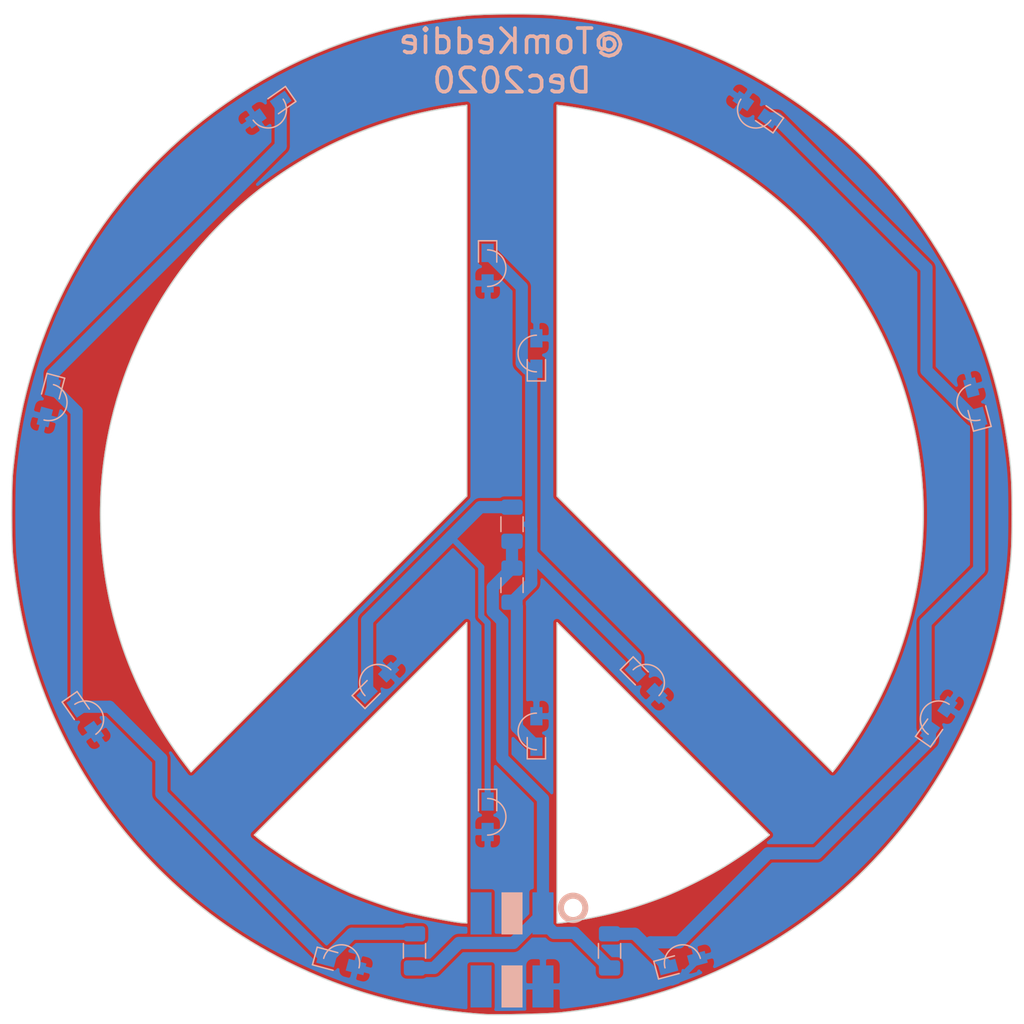
<source format=kicad_pcb>
(kicad_pcb (version 20171130) (host pcbnew 5.1.7-a382d34a8~88~ubuntu20.04.1)
  (layers (0 F.Cu signal) (31 B.Cu signal) (34 B.Paste user) (35 F.Paste user) (36 B.SilkS user) (37 F.SilkS user) (38 B.Mask user) (39 F.Mask user) (44 Edge.Cuts user))
  (net 0 "")
  (net 1 "Net-(X1-Pad4)")
  (net 2 "Net-(X1-Pad3)")
  (net 3 "Net-(X1-Pad6)")
  (net 4 "Net-(X1-Pad5)")
  (net 5 GND)
  (net 6 +3V3)
  (net 7 /ANODE3)
  (net 8 /ANODE1)
  (net 9 /ANODE2)
  (net 10 /ANODE4)
  (module tom-connectors:Badgelife-SAOv169-SAO-2x3-SMD-NOCENTREPINS (layer B.Cu) (at 100 92.9 180)
    (fp_text reference X1 hide)
    (fp_text value Badgelife_sao_connector_v169bis)
    (fp_circle (center -5.013 3.429) (end -4.013 3.429) (layer B.SilkS) (width 0.5))
    (pad 2 smd rect (at -2.54 -3.0172 270) (size 3.4544 1.7272) (layers B.Cu B.Paste B.Mask) (net 5 GND))
    (pad 1 smd rect (at -2.54 2.9772 270) (size 3.4544 1.7272) (layers B.Cu B.Paste B.Mask) (net 6 +3V3))
    (pad 4 smd rect (at 0 -3.0172 270) (size 3.4544 1.7272) (layers B.SilkS) (net 1 "Net-(X1-Pad4)"))
    (pad 3 smd rect (at 0 2.9772 270) (size 3.4544 1.7272) (layers B.SilkS) (net 2 "Net-(X1-Pad3)"))
    (pad 6 smd rect (at 2.54 -3.0172 270) (size 3.4544 1.7272) (layers B.Cu B.Paste B.Mask) (net 3 "Net-(X1-Pad6)"))
    (pad 5 smd rect (at 2.54 2.9772 270) (size 3.4544 1.7272) (layers B.Cu B.Paste B.Mask) (net 4 "Net-(X1-Pad5)"))
  )
  (module tom-passives:R_1206_3216Metric (layer B.Cu) (at 100 58 90)
    (fp_text reference R4 hide)
    (fp_text value R)
    (fp_line (start -0.602064 0.91) (end 0.602064 0.91) (layer B.SilkS) (width 0.12))
    (fp_line (start -0.602064 -0.91) (end 0.602064 -0.91) (layer B.SilkS) (width 0.12))
    (pad 2 smd roundrect (at 1.4 0 90) (size 1.25 1.75) (layers B.Cu B.Paste B.Mask) (roundrect_rratio 0.2) (net 10 /ANODE4))
    (pad 1 smd roundrect (at -1.4 0 90) (size 1.25 1.75) (layers B.Cu B.Paste B.Mask) (roundrect_rratio 0.2) (net 6 +3V3))
  )
  (module tom-passives:R_1206_3216Metric (layer B.Cu) (at 92 93 90)
    (fp_text reference R3 hide)
    (fp_text value R)
    (fp_line (start -0.602064 0.91) (end 0.602064 0.91) (layer B.SilkS) (width 0.12))
    (fp_line (start -0.602064 -0.91) (end 0.602064 -0.91) (layer B.SilkS) (width 0.12))
    (pad 2 smd roundrect (at 1.4 0 90) (size 1.25 1.75) (layers B.Cu B.Paste B.Mask) (roundrect_rratio 0.2) (net 9 /ANODE2))
    (pad 1 smd roundrect (at -1.4 0 90) (size 1.25 1.75) (layers B.Cu B.Paste B.Mask) (roundrect_rratio 0.2) (net 6 +3V3))
  )
  (module tom-passives:R_1206_3216Metric (layer B.Cu) (at 108 93 90)
    (fp_text reference R2 hide)
    (fp_text value R)
    (fp_line (start -0.602064 0.91) (end 0.602064 0.91) (layer B.SilkS) (width 0.12))
    (fp_line (start -0.602064 -0.91) (end 0.602064 -0.91) (layer B.SilkS) (width 0.12))
    (pad 2 smd roundrect (at 1.4 0 90) (size 1.25 1.75) (layers B.Cu B.Paste B.Mask) (roundrect_rratio 0.2) (net 8 /ANODE1))
    (pad 1 smd roundrect (at -1.4 0 90) (size 1.25 1.75) (layers B.Cu B.Paste B.Mask) (roundrect_rratio 0.2) (net 6 +3V3))
  )
  (module tom-passives:R_1206_3216Metric (layer B.Cu) (at 100 63 270)
    (fp_text reference R1 hide)
    (fp_text value R)
    (fp_line (start -0.602064 0.91) (end 0.602064 0.91) (layer B.SilkS) (width 0.12))
    (fp_line (start -0.602064 -0.91) (end 0.602064 -0.91) (layer B.SilkS) (width 0.12))
    (pad 2 smd roundrect (at 1.4 0 270) (size 1.25 1.75) (layers B.Cu B.Paste B.Mask) (roundrect_rratio 0.2) (net 7 /ANODE3))
    (pad 1 smd roundrect (at -1.4 0 270) (size 1.25 1.75) (layers B.Cu B.Paste B.Mask) (roundrect_rratio 0.2) (net 6 +3V3))
  )
  (module tom-opto:ALIEXPRESS_LED_SIDE_1204 (layer B.Cu) (at 111 71 45)
    (fp_text reference D1 hide)
    (fp_text value LED)
    (fp_line (start -0.75 -2.25) (end -0.75 -0.5) (layer B.SilkS) (width 0.12))
    (fp_line (start -0.75 -2.25) (end 0.75 -2.25) (layer B.SilkS) (width 0.12))
    (fp_line (start 0.75 -0.5) (end 0.75 -2.25) (layer B.SilkS) (width 0.12))
    (fp_arc (start 0 0) (end 0 -1.5) (angle 180) (layer B.SilkS) (width 0.12))
    (pad 2 smd rect (at 0 -1.25 45) (size 1 1.5) (layers B.Cu B.Paste B.Mask) (net 7 /ANODE3))
    (pad 1 smd rect (at 0 1.25 45) (size 1 1.5) (layers B.Cu B.Paste B.Mask) (net 5 GND))
  )
  (module tom-opto:ALIEXPRESS_LED_SIDE_1204 (layer B.Cu) (at 89 71 135)
    (fp_text reference D13 hide)
    (fp_text value LED)
    (fp_line (start -0.75 -2.25) (end -0.75 -0.5) (layer B.SilkS) (width 0.12))
    (fp_line (start -0.75 -2.25) (end 0.75 -2.25) (layer B.SilkS) (width 0.12))
    (fp_line (start 0.75 -0.5) (end 0.75 -2.25) (layer B.SilkS) (width 0.12))
    (fp_arc (start 0 0) (end 0 -1.5) (angle 180) (layer B.SilkS) (width 0.12))
    (pad 2 smd rect (at 0 -1.25 135) (size 1 1.5) (layers B.Cu B.Paste B.Mask) (net 10 /ANODE4))
    (pad 1 smd rect (at 0 1.25 135) (size 1 1.5) (layers B.Cu B.Paste B.Mask) (net 5 GND))
  )
  (module tom-opto:ALIEXPRESS_LED_SIDE_1204 (layer B.Cu) (at 80 24 305)
    (fp_text reference D12 hide)
    (fp_text value LED)
    (fp_line (start -0.75 -2.25) (end -0.75 -0.5) (layer B.SilkS) (width 0.12))
    (fp_line (start -0.75 -2.25) (end 0.75 -2.25) (layer B.SilkS) (width 0.12))
    (fp_line (start 0.75 -0.5) (end 0.75 -2.25) (layer B.SilkS) (width 0.12))
    (fp_arc (start 0 0) (end 0 -1.5) (angle 180) (layer B.SilkS) (width 0.12))
    (pad 2 smd rect (at 0 -1.25 305) (size 1 1.5) (layers B.Cu B.Paste B.Mask) (net 9 /ANODE2))
    (pad 1 smd rect (at 0 1.25 305) (size 1 1.5) (layers B.Cu B.Paste B.Mask) (net 5 GND))
  )
  (module tom-opto:ALIEXPRESS_LED_SIDE_1204 (layer B.Cu) (at 62 48 345)
    (fp_text reference D11 hide)
    (fp_text value LED)
    (fp_line (start -0.75 -2.25) (end -0.75 -0.5) (layer B.SilkS) (width 0.12))
    (fp_line (start -0.75 -2.25) (end 0.75 -2.25) (layer B.SilkS) (width 0.12))
    (fp_line (start 0.75 -0.5) (end 0.75 -2.25) (layer B.SilkS) (width 0.12))
    (fp_arc (start 0 0) (end 0 -1.5) (angle 180) (layer B.SilkS) (width 0.12))
    (pad 2 smd rect (at 0 -1.25 345) (size 1 1.5) (layers B.Cu B.Paste B.Mask) (net 9 /ANODE2))
    (pad 1 smd rect (at 0 1.25 345) (size 1 1.5) (layers B.Cu B.Paste B.Mask) (net 5 GND))
  )
  (module tom-opto:ALIEXPRESS_LED_SIDE_1204 (layer B.Cu) (at 65 74 35)
    (fp_text reference D10 hide)
    (fp_text value LED)
    (fp_line (start -0.75 -2.25) (end -0.75 -0.5) (layer B.SilkS) (width 0.12))
    (fp_line (start -0.75 -2.25) (end 0.75 -2.25) (layer B.SilkS) (width 0.12))
    (fp_line (start 0.75 -0.5) (end 0.75 -2.25) (layer B.SilkS) (width 0.12))
    (fp_arc (start 0 0) (end 0 -1.5) (angle 180) (layer B.SilkS) (width 0.12))
    (pad 2 smd rect (at 0 -1.25 35) (size 1 1.5) (layers B.Cu B.Paste B.Mask) (net 9 /ANODE2))
    (pad 1 smd rect (at 0 1.25 35) (size 1 1.5) (layers B.Cu B.Paste B.Mask) (net 5 GND))
  )
  (module tom-opto:ALIEXPRESS_LED_SIDE_1204 (layer B.Cu) (at 86 94 75)
    (fp_text reference D9 hide)
    (fp_text value LED)
    (fp_line (start -0.75 -2.25) (end -0.75 -0.5) (layer B.SilkS) (width 0.12))
    (fp_line (start -0.75 -2.25) (end 0.75 -2.25) (layer B.SilkS) (width 0.12))
    (fp_line (start 0.75 -0.5) (end 0.75 -2.25) (layer B.SilkS) (width 0.12))
    (fp_arc (start 0 0) (end 0 -1.5) (angle 180) (layer B.SilkS) (width 0.12))
    (pad 2 smd rect (at 0 -1.25 75) (size 1 1.5) (layers B.Cu B.Paste B.Mask) (net 9 /ANODE2))
    (pad 1 smd rect (at 0 1.25 75) (size 1 1.5) (layers B.Cu B.Paste B.Mask) (net 5 GND))
  )
  (module tom-opto:ALIEXPRESS_LED_SIDE_1204 (layer B.Cu) (at 114 94 105)
    (fp_text reference D8 hide)
    (fp_text value LED)
    (fp_line (start -0.75 -2.25) (end -0.75 -0.5) (layer B.SilkS) (width 0.12))
    (fp_line (start -0.75 -2.25) (end 0.75 -2.25) (layer B.SilkS) (width 0.12))
    (fp_line (start 0.75 -0.5) (end 0.75 -2.25) (layer B.SilkS) (width 0.12))
    (fp_arc (start 0 0) (end 0 -1.5) (angle 180) (layer B.SilkS) (width 0.12))
    (pad 2 smd rect (at 0 -1.25 105) (size 1 1.5) (layers B.Cu B.Paste B.Mask) (net 8 /ANODE1))
    (pad 1 smd rect (at 0 1.25 105) (size 1 1.5) (layers B.Cu B.Paste B.Mask) (net 5 GND))
  )
  (module tom-opto:ALIEXPRESS_LED_SIDE_1204 (layer B.Cu) (at 135 74 145)
    (fp_text reference D7 hide)
    (fp_text value LED)
    (fp_line (start -0.75 -2.25) (end -0.75 -0.5) (layer B.SilkS) (width 0.12))
    (fp_line (start -0.75 -2.25) (end 0.75 -2.25) (layer B.SilkS) (width 0.12))
    (fp_line (start 0.75 -0.5) (end 0.75 -2.25) (layer B.SilkS) (width 0.12))
    (fp_arc (start 0 0) (end 0 -1.5) (angle 180) (layer B.SilkS) (width 0.12))
    (pad 2 smd rect (at 0 -1.25 145) (size 1 1.5) (layers B.Cu B.Paste B.Mask) (net 8 /ANODE1))
    (pad 1 smd rect (at 0 1.25 145) (size 1 1.5) (layers B.Cu B.Paste B.Mask) (net 5 GND))
  )
  (module tom-opto:ALIEXPRESS_LED_SIDE_1204 (layer B.Cu) (at 138 48 195)
    (fp_text reference D6 hide)
    (fp_text value LED)
    (fp_line (start -0.75 -2.25) (end -0.75 -0.5) (layer B.SilkS) (width 0.12))
    (fp_line (start -0.75 -2.25) (end 0.75 -2.25) (layer B.SilkS) (width 0.12))
    (fp_line (start 0.75 -0.5) (end 0.75 -2.25) (layer B.SilkS) (width 0.12))
    (fp_arc (start 0 0) (end 0 -1.5) (angle 180) (layer B.SilkS) (width 0.12))
    (pad 2 smd rect (at 0 -1.25 195) (size 1 1.5) (layers B.Cu B.Paste B.Mask) (net 8 /ANODE1))
    (pad 1 smd rect (at 0 1.25 195) (size 1 1.5) (layers B.Cu B.Paste B.Mask) (net 5 GND))
  )
  (module tom-opto:ALIEXPRESS_LED_SIDE_1204 (layer B.Cu) (at 120 24 235)
    (fp_text reference D5 hide)
    (fp_text value LED)
    (fp_line (start -0.75 -2.25) (end -0.75 -0.5) (layer B.SilkS) (width 0.12))
    (fp_line (start -0.75 -2.25) (end 0.75 -2.25) (layer B.SilkS) (width 0.12))
    (fp_line (start 0.75 -0.5) (end 0.75 -2.25) (layer B.SilkS) (width 0.12))
    (fp_arc (start 0 0) (end 0 -1.5) (angle 180) (layer B.SilkS) (width 0.12))
    (pad 2 smd rect (at 0 -1.25 235) (size 1 1.5) (layers B.Cu B.Paste B.Mask) (net 8 /ANODE1))
    (pad 1 smd rect (at 0 1.25 235) (size 1 1.5) (layers B.Cu B.Paste B.Mask) (net 5 GND))
  )
  (module tom-opto:ALIEXPRESS_LED_SIDE_1204 (layer B.Cu) (at 102 75 180)
    (fp_text reference D4 hide)
    (fp_text value LED)
    (fp_line (start -0.75 -2.25) (end -0.75 -0.5) (layer B.SilkS) (width 0.12))
    (fp_line (start -0.75 -2.25) (end 0.75 -2.25) (layer B.SilkS) (width 0.12))
    (fp_line (start 0.75 -0.5) (end 0.75 -2.25) (layer B.SilkS) (width 0.12))
    (fp_arc (start 0 0) (end 0 -1.5) (angle 180) (layer B.SilkS) (width 0.12))
    (pad 2 smd rect (at 0 -1.25 180) (size 1 1.5) (layers B.Cu B.Paste B.Mask) (net 7 /ANODE3))
    (pad 1 smd rect (at 0 1.25 180) (size 1 1.5) (layers B.Cu B.Paste B.Mask) (net 5 GND))
  )
  (module tom-opto:ALIEXPRESS_LED_SIDE_1204 (layer B.Cu) (at 98 37)
    (fp_text reference D3 hide)
    (fp_text value LED)
    (fp_line (start -0.75 -2.25) (end -0.75 -0.5) (layer B.SilkS) (width 0.12))
    (fp_line (start -0.75 -2.25) (end 0.75 -2.25) (layer B.SilkS) (width 0.12))
    (fp_line (start 0.75 -0.5) (end 0.75 -2.25) (layer B.SilkS) (width 0.12))
    (fp_arc (start 0 0) (end 0 -1.5) (angle 180) (layer B.SilkS) (width 0.12))
    (pad 2 smd rect (at 0 -1.25) (size 1 1.5) (layers B.Cu B.Paste B.Mask) (net 7 /ANODE3))
    (pad 1 smd rect (at 0 1.25) (size 1 1.5) (layers B.Cu B.Paste B.Mask) (net 5 GND))
  )
  (module tom-opto:ALIEXPRESS_LED_SIDE_1204 (layer B.Cu) (at 102 44 180)
    (fp_text reference D2 hide)
    (fp_text value LED)
    (fp_line (start -0.75 -2.25) (end -0.75 -0.5) (layer B.SilkS) (width 0.12))
    (fp_line (start -0.75 -2.25) (end 0.75 -2.25) (layer B.SilkS) (width 0.12))
    (fp_line (start 0.75 -0.5) (end 0.75 -2.25) (layer B.SilkS) (width 0.12))
    (fp_arc (start 0 0) (end 0 -1.5) (angle 180) (layer B.SilkS) (width 0.12))
    (pad 2 smd rect (at 0 -1.25 180) (size 1 1.5) (layers B.Cu B.Paste B.Mask) (net 7 /ANODE3))
    (pad 1 smd rect (at 0 1.25 180) (size 1 1.5) (layers B.Cu B.Paste B.Mask) (net 5 GND))
  )
  (module tom-opto:ALIEXPRESS_LED_SIDE_1204 (layer B.Cu) (at 98 82)
    (fp_text reference D14 hide)
    (fp_text value LED)
    (fp_line (start -0.75 -2.25) (end -0.75 -0.5) (layer B.SilkS) (width 0.12))
    (fp_line (start -0.75 -2.25) (end 0.75 -2.25) (layer B.SilkS) (width 0.12))
    (fp_line (start 0.75 -0.5) (end 0.75 -2.25) (layer B.SilkS) (width 0.12))
    (fp_arc (start 0 0) (end 0 -1.5) (angle 180) (layer B.SilkS) (width 0.12))
    (pad 2 smd rect (at 0 -1.25) (size 1 1.5) (layers B.Cu B.Paste B.Mask) (net 10 /ANODE4))
    (pad 1 smd rect (at 0 1.25) (size 1 1.5) (layers B.Cu B.Paste B.Mask) (net 5 GND))
  )
  (gr_text "@TomKeddie\nDec2020" (at 100 20) (layer B.SilkS) (effects (font (size 2 2) (thickness 0.3)) (justify mirror)))
  (gr_line (start 96.288573 55.695317) (end 96.288573 39.666725) (layer Edge.Cuts) (width 0.1))
  (gr_line (start 103.690858 39.666551) (end 103.690858 55.694968) (layer Edge.Cuts) (width 0.1))
  (gr_curve (pts (xy 105.562094 23.91256) (xy 104.991928 23.814916) (xy 104.33765 23.713226) (xy 104.108142 23.68658)) (layer Edge.Cuts) (width 0.1))
  (gr_line (start 104.108142 23.68658) (end 103.690858 23.638132) (layer Edge.Cuts) (width 0.1))
  (gr_line (start 103.690858 23.638132) (end 103.690858 39.666551) (layer Edge.Cuts) (width 0.1))
  (gr_curve (pts (xy 114.68543 26.80802) (xy 111.758514 25.39322) (xy 108.887491 24.482048) (xy 105.562094 23.91256)) (layer Edge.Cuts) (width 0.1))
  (gr_line (start 96.288573 39.666725) (end 96.288573 23.638132) (layer Edge.Cuts) (width 0.1))
  (gr_line (start 96.288573 23.638132) (end 95.871285 23.688561) (layer Edge.Cuts) (width 0.1))
  (gr_line (start 127.460106 76.758944) (end 127.460106 76.758944) (layer Edge.Cuts) (width 0.1))
  (gr_line (start 126.296858 78.303275) (end 126.4953 78.066351) (layer Edge.Cuts) (width 0.1))
  (gr_line (start 114.993858 66.999121) (end 126.296858 78.303275) (layer Edge.Cuts) (width 0.1))
  (gr_line (start 103.690858 55.694968) (end 114.993858 66.999121) (layer Edge.Cuts) (width 0.1))
  (gr_curve (pts (xy 126.4953 78.066351) (xy 126.604446 77.936044) (xy 127.038609 77.347711) (xy 127.460106 76.758944)) (layer Edge.Cuts) (width 0.1))
  (gr_line (start 84.980416 67.003297) (end 96.288573 55.695317) (layer Edge.Cuts) (width 0.1))
  (gr_line (start 73.672262 78.311279) (end 84.980416 67.003297) (layer Edge.Cuts) (width 0.1))
  (gr_line (start 73.237993 77.743782) (end 73.672262 78.311279) (layer Edge.Cuts) (width 0.1))
  (gr_curve (pts (xy 130.286893 42.342) (xy 126.980512 35.584025) (xy 121.450804 30.078238) (xy 114.68543 26.80802)) (layer Edge.Cuts) (width 0.1))
  (gr_curve (pts (xy 133.475892 53.025923) (xy 132.994446 49.239047) (xy 131.951043 45.743375) (xy 130.286893 42.342)) (layer Edge.Cuts) (width 0.1))
  (gr_curve (pts (xy 127.460106 76.758944) (xy 132.360113 69.914417) (xy 134.53312 61.341658) (xy 133.475892 53.025923)) (layer Edge.Cuts) (width 0.1))
  (gr_curve (pts (xy 69.693131 72.023715) (xy 70.703175 74.086338) (xy 71.827478 75.900538) (xy 73.237993 77.743782)) (layer Edge.Cuts) (width 0.1))
  (gr_curve (pts (xy 66.503535 61.33979) (xy 66.985153 65.128025) (xy 68.029659 68.626722) (xy 69.693131 72.023715)) (layer Edge.Cuts) (width 0.1))
  (gr_curve (pts (xy 75.193712 34.313722) (xy 68.476894 41.558995) (xy 65.260438 51.562033) (xy 66.503535 61.33979)) (layer Edge.Cuts) (width 0.1))
  (gr_curve (pts (xy 82.862857 28.116349) (xy 79.895211 29.884255) (xy 77.522832 31.801356) (xy 75.193712 34.313722)) (layer Edge.Cuts) (width 0.1))
  (gr_curve (pts (xy 95.871285 23.688561) (xy 91.375897 24.23182) (xy 86.72766 25.81398) (xy 82.862857 28.116349)) (layer Edge.Cuts) (width 0.1))
  (gr_line (start 105.300781 90.498434) (end 105.300781 90.498434) (layer Edge.Cuts) (width 0.1))
  (gr_line (start 103.690858 90.710858) (end 103.867496 90.710858) (layer Edge.Cuts) (width 0.1))
  (gr_line (start 103.690858 78.391971) (end 103.690858 90.710858) (layer Edge.Cuts) (width 0.1))
  (gr_line (start 103.690858 66.073084) (end 103.690858 78.391971) (layer Edge.Cuts) (width 0.1))
  (gr_line (start 112.40051 74.781541) (end 103.690858 66.073084) (layer Edge.Cuts) (width 0.1))
  (gr_line (start 121.110161 83.49) (end 112.40051 74.781541) (layer Edge.Cuts) (width 0.1))
  (gr_line (start 120.873225 83.688443) (end 121.110161 83.49) (layer Edge.Cuts) (width 0.1))
  (gr_curve (pts (xy 103.867496 90.710858) (xy 103.964646 90.710858) (xy 104.609626 90.615266) (xy 105.300781 90.498434)) (layer Edge.Cuts) (width 0.1))
  (gr_line (start 96.288573 78.392006) (end 96.288573 78.391971) (layer Edge.Cuts) (width 0.1))
  (gr_line (start 96.288573 90.710897) (end 96.288573 78.392006) (layer Edge.Cuts) (width 0.1))
  (gr_line (start 96.089 90.704362) (end 96.288573 90.710897) (layer Edge.Cuts) (width 0.1))
  (gr_curve (pts (xy 117.334285 86.126586) (xy 118.357733 85.509012) (xy 120.28417 84.181798) (xy 120.873225 83.688443)) (layer Edge.Cuts) (width 0.1))
  (gr_curve (pts (xy 112.582477 88.497806) (xy 113.84949 88.000416) (xy 116.042624 86.906009) (xy 117.334285 86.126586)) (layer Edge.Cuts) (width 0.1))
  (gr_curve (pts (xy 105.300781 90.498434) (xy 108.012387 90.040057) (xy 110.149792 89.452809) (xy 112.582477 88.497806)) (layer Edge.Cuts) (width 0.1))
  (gr_line (start 78.869267 83.49) (end 79.106205 83.688443) (layer Edge.Cuts) (width 0.1))
  (gr_line (start 87.578919 74.781541) (end 78.869267 83.49) (layer Edge.Cuts) (width 0.1))
  (gr_line (start 96.288573 66.073084) (end 87.578919 74.781541) (layer Edge.Cuts) (width 0.1))
  (gr_line (start 96.288573 78.391971) (end 96.288573 66.073084) (layer Edge.Cuts) (width 0.1))
  (gr_curve (pts (xy 90.7916 89.662438) (xy 92.109892 90.035834) (xy 95.393841 90.68174) (xy 96.089 90.704362)) (layer Edge.Cuts) (width 0.1))
  (gr_curve (pts (xy 86.851369 88.278487) (xy 87.815236 88.684176) (xy 89.804114 89.382734) (xy 90.7916 89.662438)) (layer Edge.Cuts) (width 0.1))
  (gr_curve (pts (xy 82.776666 86.193767) (xy 83.948747 86.893962) (xy 85.743363 87.812135) (xy 86.851369 88.278487)) (layer Edge.Cuts) (width 0.1))
  (gr_curve (pts (xy 79.106205 83.688443) (xy 79.734733 84.214857) (xy 81.633004 85.510549) (xy 82.776666 86.193767)) (layer Edge.Cuts) (width 0.1))
  (gr_line (start 97.667427 98.213372) (end 97.667427 98.213372) (layer Edge.Cuts) (width 0.1))
  (gr_curve (pts (xy 103.908573 98.082591) (xy 102.90894 98.189525) (xy 98.619531 98.279404) (xy 97.667427 98.213372)) (layer Edge.Cuts) (width 0.1))
  (gr_curve (pts (xy 118.49543 93.864955) (xy 113.867484 96.198665) (xy 109.373793 97.49797) (xy 103.908573 98.082591)) (layer Edge.Cuts) (width 0.1))
  (gr_curve (pts (xy 136.672091 75.688573) (xy 132.732993 83.50424) (xy 126.315638 89.921497) (xy 118.49543 93.864955)) (layer Edge.Cuts) (width 0.1))
  (gr_curve (pts (xy 140.587776 63.424) (xy 139.915025 67.8192) (xy 138.665091 71.734216) (xy 136.672091 75.688573)) (layer Edge.Cuts) (width 0.1))
  (gr_curve (pts (xy 141.022079 57.182858) (xy 141.022079 60.092142) (xy 140.958994 60.998726) (xy 140.587776 63.424)) (layer Edge.Cuts) (width 0.1))
  (gr_curve (pts (xy 140.587776 50.941715) (xy 140.958994 53.366986) (xy 141.022079 54.273573) (xy 141.022079 57.182858)) (layer Edge.Cuts) (width 0.1))
  (gr_curve (pts (xy 136.671779 38.677142) (xy 138.664051 42.628208) (xy 139.914922 46.545835) (xy 140.587776 50.941715)) (layer Edge.Cuts) (width 0.1))
  (gr_curve (pts (xy 115.773426 19.248102) (xy 124.82629 23.020177) (xy 132.263325 29.934331) (xy 136.671779 38.677142)) (layer Edge.Cuts) (width 0.1))
  (gr_curve (pts (xy 103.473142 16.23952) (xy 108.152677 16.697137) (xy 111.781207 17.584657) (xy 115.773426 19.248102)) (layer Edge.Cuts) (width 0.1))
  (gr_curve (pts (xy 96.143427 16.275935) (xy 97.646594 16.113169) (xy 101.961861 16.09173) (xy 103.473142 16.23952)) (layer Edge.Cuts) (width 0.1))
  (gr_curve (pts (xy 87.289715 18.108075) (xy 90.208246 17.16526) (xy 92.708448 16.647881) (xy 96.143427 16.275935)) (layer Edge.Cuts) (width 0.1))
  (gr_curve (pts (xy 61.007859 44.211615) (xy 65.057712 31.913539) (xy 74.941068 22.09724) (xy 87.289715 18.108075)) (layer Edge.Cuts) (width 0.1))
  (gr_curve (pts (xy 59.044948 53.663142) (xy 59.386531 50.19082) (xy 59.980196 47.33229) (xy 61.007859 44.211615)) (layer Edge.Cuts) (width 0.1))
  (gr_curve (pts (xy 59.045545 60.666285) (xy 58.920937 59.38087) (xy 58.920557 54.927618) (xy 59.044948 53.663142)) (layer Edge.Cuts) (width 0.1))
  (gr_curve (pts (xy 63.307336 75.688573) (xy 60.929244 70.970136) (xy 59.585106 66.232215) (xy 59.045545 60.666285)) (layer Edge.Cuts) (width 0.1))
  (gr_curve (pts (xy 81.421184 93.83428) (xy 73.669842 89.922166) (xy 67.229348 83.470339) (xy 63.307336 75.688573)) (layer Edge.Cuts) (width 0.1))
  (gr_curve (pts (xy 97.667427 98.213372) (xy 91.696081 97.79922) (xy 86.504548 96.39987) (xy 81.421184 93.83428)) (layer Edge.Cuts) (width 0.1))
  (segment (start 115.207407 93.676476) (end 115.207407 93.792593) (width 0.5) (layer B.Cu) (net 5))
  (segment (start 113.125323 95.597799) (end 111.402201 95.597799) (width 0.5) (layer B.Cu) (net 5))
  (segment (start 113.550663 95.449337) (end 113.125323 95.597799) (width 0.5) (layer B.Cu) (net 5))
  (segment (start 115.207407 93.792593) (end 113.550663 95.449337) (width 0.5) (layer B.Cu) (net 5))
  (segment (start 100 59.4) (end 100 61.6) (width 1) (layer B.Cu) (net 6))
  (segment (start 98.42499 63.17501) (end 98.42499 65.168511) (width 1) (layer B.Cu) (net 6))
  (segment (start 100 61.6) (end 98.42499 63.17501) (width 1) (layer B.Cu) (net 6))
  (segment (start 98.42499 65.168511) (end 99.200011 65.943531) (width 1) (layer B.Cu) (net 6))
  (segment (start 99.200011 65.943531) (end 99.200011 77.200011) (width 1) (layer B.Cu) (net 6))
  (segment (start 102.54 80.54) (end 102.54 89.9228) (width 1) (layer B.Cu) (net 6))
  (segment (start 99.200011 77.200011) (end 102.54 80.54) (width 1) (layer B.Cu) (net 6))
  (segment (start 102.54 90.620674) (end 102.54 89.9228) (width 1) (layer B.Cu) (net 6))
  (segment (start 103.444215 91.524889) (end 102.54 90.620674) (width 1) (layer B.Cu) (net 6))
  (segment (start 105.124889 91.524889) (end 108 94.4) (width 1) (layer B.Cu) (net 6))
  (segment (start 103.444215 91.524889) (end 105.124889 91.524889) (width 1) (layer B.Cu) (net 6))
  (segment (start 102.54 89.9228) (end 100.112799 92.350001) (width 1) (layer B.Cu) (net 6))
  (segment (start 92 94.4) (end 93.6 94.4) (width 1) (layer B.Cu) (net 6))
  (segment (start 95.649999 92.350001) (end 100.112799 92.350001) (width 1) (layer B.Cu) (net 6))
  (segment (start 93.6 94.4) (end 95.649999 92.350001) (width 1) (layer B.Cu) (net 6))
  (segment (start 101.57501 45.67499) (end 102 45.25) (width 1) (layer B.Cu) (net 7))
  (segment (start 100 64.4) (end 101.57501 62.82499) (width 1) (layer B.Cu) (net 7))
  (segment (start 102 45.25) (end 101.25 45.25) (width 1) (layer B.Cu) (net 7))
  (segment (start 100.799999 44.799999) (end 100.799999 38.549999) (width 1) (layer B.Cu) (net 7))
  (segment (start 100.799999 38.549999) (end 98 35.75) (width 1) (layer B.Cu) (net 7))
  (segment (start 101.25 45.25) (end 100.799999 44.799999) (width 1) (layer B.Cu) (net 7))
  (segment (start 100.400022 64.800022) (end 100.400022 74.650022) (width 1) (layer B.Cu) (net 7))
  (segment (start 100 64.4) (end 100.400022 64.800022) (width 1) (layer B.Cu) (net 7))
  (segment (start 100.400022 74.650022) (end 102 76.25) (width 1) (layer B.Cu) (net 7))
  (segment (start 101.15002 58) (end 101.57501 58.42499) (width 0.5) (layer B.Cu) (net 7))
  (segment (start 101.57501 58.42499) (end 101.57501 45.67499) (width 1) (layer B.Cu) (net 7))
  (segment (start 110.116117 68.966097) (end 101.57501 60.42499) (width 1) (layer B.Cu) (net 7))
  (segment (start 110.116117 70.116117) (end 110.116117 68.966097) (width 1) (layer B.Cu) (net 7))
  (segment (start 101.57501 60.42499) (end 101.57501 58.42499) (width 1) (layer B.Cu) (net 7))
  (segment (start 101.57501 62.82499) (end 101.57501 60.42499) (width 1) (layer B.Cu) (net 7))
  (segment (start 111.069069 92.6) (end 112.792593 94.323524) (width 1) (layer B.Cu) (net 8))
  (segment (start 134.259089 75) (end 134.283029 75.02394) (width 1) (layer B.Cu) (net 8))
  (segment (start 133.924022 74.664933) (end 133.924022 66.075978) (width 1) (layer B.Cu) (net 8))
  (segment (start 134.283029 75.02394) (end 133.924022 74.664933) (width 1) (layer B.Cu) (net 8))
  (segment (start 138.323524 61.676476) (end 138.323524 49.207407) (width 1) (layer B.Cu) (net 8))
  (segment (start 133.924022 66.075978) (end 138.323524 61.676476) (width 1) (layer B.Cu) (net 8))
  (segment (start 121.716971 24.716971) (end 121.02394 24.716971) (width 1) (layer B.Cu) (net 8))
  (segment (start 134 37) (end 121.716971 24.716971) (width 1) (layer B.Cu) (net 8))
  (segment (start 134 45.401521) (end 134 37) (width 1) (layer B.Cu) (net 8))
  (segment (start 137.805886 49.207407) (end 134 45.401521) (width 1) (layer B.Cu) (net 8))
  (segment (start 138.323524 49.207407) (end 137.805886 49.207407) (width 1) (layer B.Cu) (net 8))
  (segment (start 110.069069 91.6) (end 111.069069 92.6) (width 1) (layer B.Cu) (net 8))
  (segment (start 108 91.6) (end 110.069069 91.6) (width 1) (layer B.Cu) (net 8))
  (segment (start 134.283029 75.716971) (end 134.283029 75.02394) (width 1) (layer B.Cu) (net 8))
  (segment (start 125 85) (end 134.283029 75.716971) (width 1) (layer B.Cu) (net 8))
  (segment (start 121 85) (end 125 85) (width 1) (layer B.Cu) (net 8))
  (segment (start 111.36968 92.299389) (end 113.700611 92.299389) (width 1) (layer B.Cu) (net 8))
  (segment (start 113.700611 92.299389) (end 121 85) (width 1) (layer B.Cu) (net 8))
  (segment (start 111.069069 92.6) (end 111.36968 92.299389) (width 1) (layer B.Cu) (net 8))
  (segment (start 71.240012 80.123895) (end 71.240012 77.240012) (width 1) (layer B.Cu) (net 9))
  (segment (start 84.792593 93.676476) (end 71.240012 80.123895) (width 1) (layer B.Cu) (net 9))
  (segment (start 66.97606 72.97606) (end 64.283029 72.97606) (width 1) (layer B.Cu) (net 9))
  (segment (start 71.240012 77.240012) (end 66.97606 72.97606) (width 1) (layer B.Cu) (net 9))
  (segment (start 64.283029 48.752098) (end 62.323524 46.792593) (width 1) (layer B.Cu) (net 9))
  (segment (start 64.283029 72.97606) (end 64.283029 48.752098) (width 1) (layer B.Cu) (net 9))
  (segment (start 62.323524 46.792593) (end 62.323524 45.676476) (width 1) (layer B.Cu) (net 9))
  (segment (start 81.02394 26.97606) (end 81.02394 23.283029) (width 1) (layer B.Cu) (net 9))
  (segment (start 62.323524 45.676476) (end 81.02394 26.97606) (width 1) (layer B.Cu) (net 9))
  (segment (start 86.869069 91.6) (end 92 91.6) (width 1) (layer B.Cu) (net 9))
  (segment (start 84.792593 93.676476) (end 86.869069 91.6) (width 1) (layer B.Cu) (net 9))
  (segment (start 100 56.6) (end 97.4 56.6) (width 1) (layer B.Cu) (net 10))
  (segment (start 88.116117 65.883883) (end 88.116117 71.883883) (width 1) (layer B.Cu) (net 10))
  (segment (start 93 61) (end 88.116117 65.883883) (width 1) (layer B.Cu) (net 10))
  (segment (start 95 59.050042) (end 95 59) (width 0.5) (layer B.Cu) (net 10))
  (segment (start 97.474979 61.525021) (end 95 59.050042) (width 0.5) (layer B.Cu) (net 10))
  (segment (start 98 66.087038) (end 97.474979 65.562017) (width 0.5) (layer B.Cu) (net 10))
  (segment (start 98 80.75) (end 98 66.087038) (width 0.5) (layer B.Cu) (net 10))
  (segment (start 97.474979 65.562017) (end 97.474979 61.525021) (width 0.5) (layer B.Cu) (net 10))
  (segment (start 95 59) (end 93 61) (width 1) (layer B.Cu) (net 10))
  (segment (start 97.4 56.6) (end 95 59) (width 1) (layer B.Cu) (net 10))
  (zone (net 0) (net_name "") (layer F.Cu) (connect_pads (clearance 0)) (min_thickness 0.254) (fill yes (arc_segments 32) (thermal_gap 0.508) (thermal_bridge_width 0.508))
    (polygon (pts (xy 142 99) (xy 58 99) (xy 58 15) (xy 142 15)))
  )
  (zone (net 5) (net_name GND) (layer B.Cu) (connect_pads (clearance 0.254)) (min_thickness 0.254) (fill yes (arc_segments 32) (thermal_gap 0.508) (thermal_bridge_width 0.508))
    (polygon (pts (xy 142 99) (xy 58 99) (xy 58 15) (xy 142 15)))
  )
)
</source>
